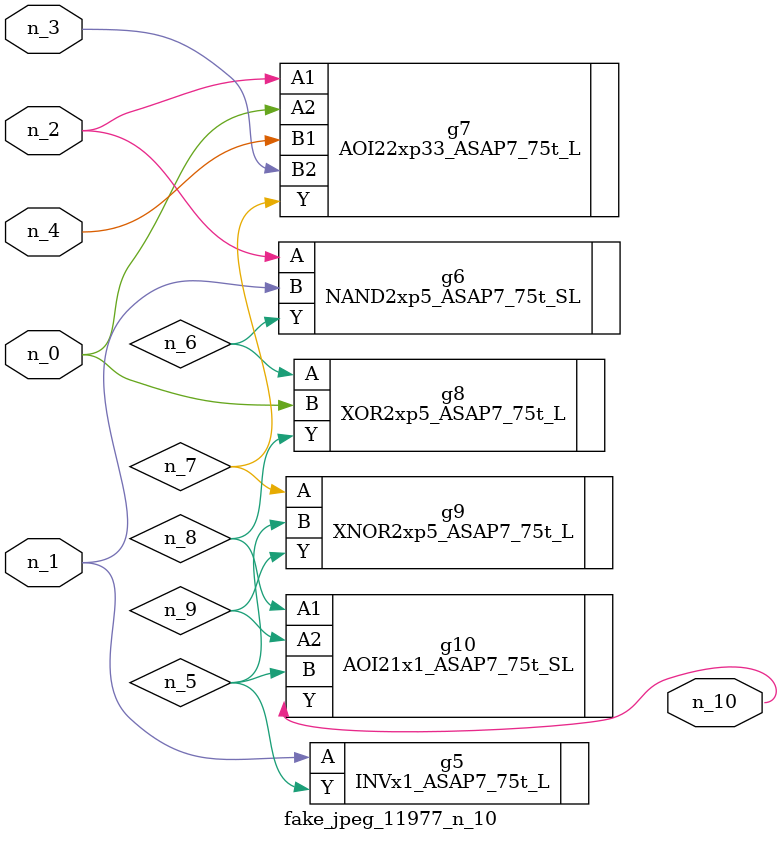
<source format=v>
module fake_jpeg_11977_n_10 (n_3, n_2, n_1, n_0, n_4, n_10);

input n_3;
input n_2;
input n_1;
input n_0;
input n_4;

output n_10;

wire n_8;
wire n_9;
wire n_6;
wire n_5;
wire n_7;

INVx1_ASAP7_75t_L g5 ( 
.A(n_1),
.Y(n_5)
);

NAND2xp5_ASAP7_75t_SL g6 ( 
.A(n_2),
.B(n_1),
.Y(n_6)
);

AOI22xp33_ASAP7_75t_L g7 ( 
.A1(n_2),
.A2(n_0),
.B1(n_4),
.B2(n_3),
.Y(n_7)
);

XOR2xp5_ASAP7_75t_L g8 ( 
.A(n_6),
.B(n_0),
.Y(n_8)
);

AOI21x1_ASAP7_75t_SL g10 ( 
.A1(n_8),
.A2(n_9),
.B(n_5),
.Y(n_10)
);

XNOR2xp5_ASAP7_75t_L g9 ( 
.A(n_7),
.B(n_5),
.Y(n_9)
);


endmodule
</source>
